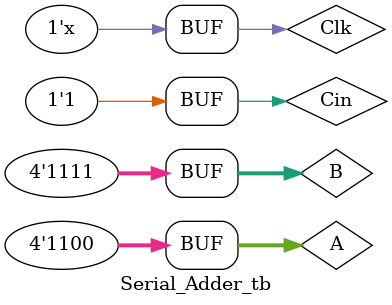
<source format=v>
`timescale 1ns/1ps

module Serial_Adder(Sum, Cout, A, B, Cin, Clk);
	
	output reg [3:0]Sum;
	output reg Cout;
	input [3:0]A,B;
	input Cin,Clk;
	reg i = 0;

always@(posedge Clk)
begin
	if(i == 0) {Cout,Sum[0]} = A[0]+B[0]+Cin;
	if(i < 4)  {Cout,Sum[i]} = A[i]+B[i]+Cout;
	else if(i > 4) i=0;
	i = i+1; 

end

endmodule

module Serial_Adder_tb();
	wire [3:0]Sum;
	wire Cout;
	reg [3:0]A,B;
	reg Cin,Clk;

Serial_Adder pa0(Sum, Cout, A, B, Cin,Clk);

initial 
begin
	A = 4'd12;
	B = 4'd15;
	Cin = 1'b1;
	Clk = 1'b0;

end


always #5 Clk = !Clk;

endmodule
</source>
